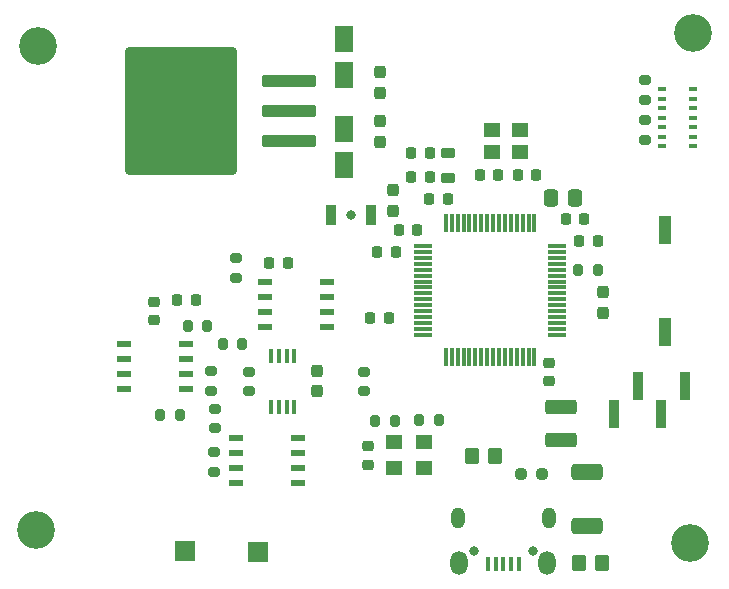
<source format=gbr>
%TF.GenerationSoftware,KiCad,Pcbnew,7.0.2*%
%TF.CreationDate,2023-11-28T02:03:26-03:00*%
%TF.ProjectId,Schematic_monitor,53636865-6d61-4746-9963-5f6d6f6e6974,rev?*%
%TF.SameCoordinates,Original*%
%TF.FileFunction,Soldermask,Top*%
%TF.FilePolarity,Negative*%
%FSLAX45Y45*%
G04 Gerber Fmt 4.5, Leading zero omitted, Abs format (unit mm)*
G04 Created by KiCad (PCBNEW 7.0.2) date 2023-11-28 02:03:26*
%MOMM*%
%LPD*%
G01*
G04 APERTURE LIST*
G04 Aperture macros list*
%AMRoundRect*
0 Rectangle with rounded corners*
0 $1 Rounding radius*
0 $2 $3 $4 $5 $6 $7 $8 $9 X,Y pos of 4 corners*
0 Add a 4 corners polygon primitive as box body*
4,1,4,$2,$3,$4,$5,$6,$7,$8,$9,$2,$3,0*
0 Add four circle primitives for the rounded corners*
1,1,$1+$1,$2,$3*
1,1,$1+$1,$4,$5*
1,1,$1+$1,$6,$7*
1,1,$1+$1,$8,$9*
0 Add four rect primitives between the rounded corners*
20,1,$1+$1,$2,$3,$4,$5,0*
20,1,$1+$1,$4,$5,$6,$7,0*
20,1,$1+$1,$6,$7,$8,$9,0*
20,1,$1+$1,$8,$9,$2,$3,0*%
G04 Aperture macros list end*
%ADD10R,1.120000X2.440000*%
%ADD11RoundRect,0.200000X-0.275000X0.200000X-0.275000X-0.200000X0.275000X-0.200000X0.275000X0.200000X0*%
%ADD12RoundRect,0.237500X-0.237500X0.287500X-0.237500X-0.287500X0.237500X-0.287500X0.237500X0.287500X0*%
%ADD13RoundRect,0.250000X0.350000X0.450000X-0.350000X0.450000X-0.350000X-0.450000X0.350000X-0.450000X0*%
%ADD14RoundRect,0.200000X0.200000X0.275000X-0.200000X0.275000X-0.200000X-0.275000X0.200000X-0.275000X0*%
%ADD15RoundRect,0.200000X0.275000X-0.200000X0.275000X0.200000X-0.275000X0.200000X-0.275000X-0.200000X0*%
%ADD16R,1.400000X1.200000*%
%ADD17RoundRect,0.225000X-0.225000X-0.250000X0.225000X-0.250000X0.225000X0.250000X-0.225000X0.250000X0*%
%ADD18RoundRect,0.237500X0.250000X0.237500X-0.250000X0.237500X-0.250000X-0.237500X0.250000X-0.237500X0*%
%ADD19RoundRect,0.225000X0.225000X0.250000X-0.225000X0.250000X-0.225000X-0.250000X0.225000X-0.250000X0*%
%ADD20RoundRect,0.250000X-0.337500X-0.475000X0.337500X-0.475000X0.337500X0.475000X-0.337500X0.475000X0*%
%ADD21RoundRect,0.237500X0.237500X-0.300000X0.237500X0.300000X-0.237500X0.300000X-0.237500X-0.300000X0*%
%ADD22RoundRect,0.075000X-0.075000X0.700000X-0.075000X-0.700000X0.075000X-0.700000X0.075000X0.700000X0*%
%ADD23RoundRect,0.075000X-0.700000X0.075000X-0.700000X-0.075000X0.700000X-0.075000X0.700000X0.075000X0*%
%ADD24RoundRect,0.250000X-1.075000X0.375000X-1.075000X-0.375000X1.075000X-0.375000X1.075000X0.375000X0*%
%ADD25O,1.150000X1.800000*%
%ADD26O,1.450000X2.000000*%
%ADD27O,0.800000X0.800000*%
%ADD28R,0.450000X1.300000*%
%ADD29RoundRect,0.218750X-0.218750X-0.256250X0.218750X-0.256250X0.218750X0.256250X-0.218750X0.256250X0*%
%ADD30R,1.600000X2.200000*%
%ADD31R,0.381000X1.219200*%
%ADD32R,1.700000X1.700000*%
%ADD33C,0.800000*%
%ADD34R,0.900000X1.700000*%
%ADD35R,1.257300X0.508000*%
%ADD36RoundRect,0.225000X-0.250000X0.225000X-0.250000X-0.225000X0.250000X-0.225000X0.250000X0.225000X0*%
%ADD37RoundRect,0.250000X2.050000X0.300000X-2.050000X0.300000X-2.050000X-0.300000X2.050000X-0.300000X0*%
%ADD38RoundRect,0.250002X4.449998X5.149998X-4.449998X5.149998X-4.449998X-5.149998X4.449998X-5.149998X0*%
%ADD39RoundRect,0.218750X-0.381250X0.218750X-0.381250X-0.218750X0.381250X-0.218750X0.381250X0.218750X0*%
%ADD40RoundRect,0.237500X0.237500X-0.287500X0.237500X0.287500X-0.237500X0.287500X-0.237500X-0.287500X0*%
%ADD41RoundRect,0.200000X-0.200000X-0.275000X0.200000X-0.275000X0.200000X0.275000X-0.200000X0.275000X0*%
%ADD42R,0.850000X2.350000*%
%ADD43R,0.711200X0.304800*%
%ADD44RoundRect,0.250000X-1.075000X0.425000X-1.075000X-0.425000X1.075000X-0.425000X1.075000X0.425000X0*%
%ADD45C,3.200000*%
G04 APERTURE END LIST*
D10*
%TO.C,SW2*%
X14850200Y-10023700D03*
X14850200Y-10884700D03*
%TD*%
D11*
%TO.C,R2*%
X11040200Y-11534988D03*
X11040200Y-11699988D03*
%TD*%
D12*
%TO.C,FB2*%
X12434600Y-9098300D03*
X12434600Y-9273300D03*
%TD*%
D13*
%TO.C,R10*%
X14316700Y-12844700D03*
X14116700Y-12844700D03*
%TD*%
D14*
%TO.C,R14*%
X12558700Y-11638200D03*
X12393700Y-11638200D03*
%TD*%
D15*
%TO.C,R7*%
X11005200Y-11384988D03*
X11005200Y-11219988D03*
%TD*%
D16*
%TO.C,Y1*%
X13622200Y-9175700D03*
X13382200Y-9175700D03*
X13382200Y-9365700D03*
X13622200Y-9365700D03*
%TD*%
D14*
%TO.C,R1*%
X14275700Y-10360700D03*
X14110700Y-10360700D03*
%TD*%
D17*
%TO.C,C7*%
X14121700Y-10116700D03*
X14276700Y-10116700D03*
%TD*%
D18*
%TO.C,R15*%
X13808450Y-12090200D03*
X13625950Y-12090200D03*
%TD*%
D19*
%TO.C,C3*%
X12852700Y-9573700D03*
X12697700Y-9573700D03*
%TD*%
D11*
%TO.C,R12*%
X14674200Y-9092100D03*
X14674200Y-9257100D03*
%TD*%
D20*
%TO.C,C5*%
X13880450Y-9752700D03*
X14087950Y-9752700D03*
%TD*%
D21*
%TO.C,C15*%
X11899000Y-11386938D03*
X11899000Y-11214438D03*
%TD*%
D22*
%TO.C,U1*%
X13741200Y-9966200D03*
X13691200Y-9966200D03*
X13641200Y-9966200D03*
X13591200Y-9966200D03*
X13541200Y-9966200D03*
X13491200Y-9966200D03*
X13441200Y-9966200D03*
X13391200Y-9966200D03*
X13341200Y-9966200D03*
X13291200Y-9966200D03*
X13241200Y-9966200D03*
X13191200Y-9966200D03*
X13141200Y-9966200D03*
X13091200Y-9966200D03*
X13041200Y-9966200D03*
X12991200Y-9966200D03*
D23*
X12798700Y-10158700D03*
X12798700Y-10208700D03*
X12798700Y-10258700D03*
X12798700Y-10308700D03*
X12798700Y-10358700D03*
X12798700Y-10408700D03*
X12798700Y-10458700D03*
X12798700Y-10508700D03*
X12798700Y-10558700D03*
X12798700Y-10608700D03*
X12798700Y-10658700D03*
X12798700Y-10708700D03*
X12798700Y-10758700D03*
X12798700Y-10808700D03*
X12798700Y-10858700D03*
X12798700Y-10908700D03*
D22*
X12991200Y-11101200D03*
X13041200Y-11101200D03*
X13091200Y-11101200D03*
X13141200Y-11101200D03*
X13191200Y-11101200D03*
X13241200Y-11101200D03*
X13291200Y-11101200D03*
X13341200Y-11101200D03*
X13391200Y-11101200D03*
X13441200Y-11101200D03*
X13491200Y-11101200D03*
X13541200Y-11101200D03*
X13591200Y-11101200D03*
X13641200Y-11101200D03*
X13691200Y-11101200D03*
X13741200Y-11101200D03*
D23*
X13933700Y-10908700D03*
X13933700Y-10858700D03*
X13933700Y-10808700D03*
X13933700Y-10758700D03*
X13933700Y-10708700D03*
X13933700Y-10658700D03*
X13933700Y-10608700D03*
X13933700Y-10558700D03*
X13933700Y-10508700D03*
X13933700Y-10458700D03*
X13933700Y-10408700D03*
X13933700Y-10358700D03*
X13933700Y-10308700D03*
X13933700Y-10258700D03*
X13933700Y-10208700D03*
X13933700Y-10158700D03*
%TD*%
D19*
%TO.C,C14*%
X13432700Y-9557700D03*
X13277700Y-9557700D03*
%TD*%
D24*
%TO.C,D5*%
X13963000Y-11524000D03*
X13963000Y-11804000D03*
%TD*%
D25*
%TO.C,J2*%
X13866200Y-12462700D03*
D26*
X13851200Y-12842700D03*
D27*
X13728700Y-12737700D03*
X13228700Y-12737700D03*
D26*
X13106200Y-12842700D03*
D25*
X13091200Y-12462700D03*
D28*
X13608700Y-12847700D03*
X13543700Y-12847700D03*
X13478700Y-12847700D03*
X13413700Y-12847700D03*
X13348700Y-12847700D03*
%TD*%
D14*
%TO.C,R6*%
X10970700Y-10831488D03*
X10805700Y-10831488D03*
%TD*%
D29*
%TO.C,D3*%
X11496450Y-10301200D03*
X11653950Y-10301200D03*
%TD*%
D30*
%TO.C,C1*%
X12130800Y-9170400D03*
X12130800Y-9470400D03*
%TD*%
D31*
%TO.C,U5*%
X11513700Y-11516578D03*
X11578700Y-11516578D03*
X11643700Y-11516578D03*
X11708700Y-11516578D03*
X11708700Y-11092398D03*
X11643700Y-11092398D03*
X11578700Y-11092398D03*
X11513700Y-11092398D03*
%TD*%
D19*
%TO.C,C8*%
X12565200Y-10209700D03*
X12410200Y-10209700D03*
%TD*%
D11*
%TO.C,R11*%
X14676200Y-8755100D03*
X14676200Y-8920100D03*
%TD*%
D32*
%TO.C,J4*%
X11404200Y-12744200D03*
%TD*%
D33*
%TO.C,SW1*%
X12184408Y-9893704D03*
D34*
X12014408Y-9893704D03*
X12354408Y-9893704D03*
%TD*%
D35*
%TO.C,U8*%
X11461945Y-10463988D03*
X11461945Y-10590988D03*
X11461945Y-10717988D03*
X11461945Y-10844988D03*
X11986455Y-10844988D03*
X11986455Y-10717988D03*
X11986455Y-10590988D03*
X11986455Y-10463988D03*
%TD*%
D30*
%TO.C,C2*%
X12130800Y-8706000D03*
X12130800Y-8406000D03*
%TD*%
D36*
%TO.C,C16*%
X10518200Y-10628988D03*
X10518200Y-10783988D03*
%TD*%
D19*
%TO.C,C4*%
X13007200Y-9757200D03*
X12852200Y-9757200D03*
%TD*%
D17*
%TO.C,C13*%
X13601700Y-9559700D03*
X13756700Y-9559700D03*
%TD*%
D19*
%TO.C,C17*%
X10871700Y-10615488D03*
X10716700Y-10615488D03*
%TD*%
D37*
%TO.C,U2*%
X11666900Y-9267200D03*
X11666900Y-9013200D03*
D38*
X10751900Y-9013200D03*
D37*
X11666900Y-8759200D03*
%TD*%
D19*
%TO.C,C9*%
X12506200Y-10764700D03*
X12351200Y-10764700D03*
%TD*%
D36*
%TO.C,C18*%
X12328200Y-11854700D03*
X12328200Y-12009700D03*
%TD*%
D39*
%TO.C,FB3*%
X13013200Y-9366450D03*
X13013200Y-9578950D03*
%TD*%
D32*
%TO.C,J3*%
X10779200Y-12740200D03*
%TD*%
D40*
%TO.C,FB1*%
X12435600Y-8860800D03*
X12435600Y-8685800D03*
%TD*%
D14*
%TO.C,R5*%
X10737700Y-11586488D03*
X10572700Y-11586488D03*
%TD*%
D17*
%TO.C,C6*%
X14004700Y-9931700D03*
X14159700Y-9931700D03*
%TD*%
D41*
%TO.C,R8*%
X11101700Y-10984488D03*
X11266700Y-10984488D03*
%TD*%
D12*
%TO.C,D2*%
X14319200Y-10549200D03*
X14319200Y-10724200D03*
%TD*%
D19*
%TO.C,C11*%
X12854700Y-9369700D03*
X12699700Y-9369700D03*
%TD*%
D15*
%TO.C,R9*%
X11218200Y-10424988D03*
X11218200Y-10259988D03*
%TD*%
D41*
%TO.C,R13*%
X12764700Y-11631200D03*
X12929700Y-11631200D03*
%TD*%
D42*
%TO.C,J1*%
X14416800Y-11578600D03*
X14616800Y-11343600D03*
X14816800Y-11578600D03*
X15016800Y-11343600D03*
%TD*%
D12*
%TO.C,D1*%
X12545200Y-9685950D03*
X12545200Y-9860950D03*
%TD*%
D11*
%TO.C,R3*%
X11028200Y-11902988D03*
X11028200Y-12067988D03*
%TD*%
%TO.C,R4*%
X11324000Y-11222188D03*
X11324000Y-11387188D03*
%TD*%
D16*
%TO.C,U3*%
X12809200Y-11813950D03*
X12555200Y-11813950D03*
X12555200Y-12033950D03*
X12809200Y-12033950D03*
%TD*%
D13*
%TO.C,R16*%
X13409000Y-11932000D03*
X13209000Y-11932000D03*
%TD*%
D36*
%TO.C,C10*%
X13868200Y-11148200D03*
X13868200Y-11303200D03*
%TD*%
D35*
%TO.C,U7*%
X10793455Y-11366988D03*
X10793455Y-11239988D03*
X10793455Y-11112988D03*
X10793455Y-10985988D03*
X10268945Y-10985988D03*
X10268945Y-11112988D03*
X10268945Y-11239988D03*
X10268945Y-11366988D03*
%TD*%
%TO.C,U6*%
X11214690Y-11783988D03*
X11214690Y-11910988D03*
X11214690Y-12037988D03*
X11214690Y-12164988D03*
X11739200Y-12164988D03*
X11739200Y-12037988D03*
X11739200Y-11910988D03*
X11739200Y-11783988D03*
%TD*%
D43*
%TO.C,U4*%
X14823200Y-8831600D03*
X14823200Y-8911600D03*
X14823200Y-8991600D03*
X14823200Y-9071600D03*
X14823200Y-9151600D03*
X14823200Y-9231600D03*
X14823200Y-9311600D03*
X15082280Y-9311600D03*
X15082280Y-9231600D03*
X15082280Y-9151600D03*
X15082280Y-9071600D03*
X15082280Y-8991600D03*
X15082280Y-8911600D03*
X15082280Y-8831600D03*
%TD*%
D44*
%TO.C,D4*%
X14189700Y-12074700D03*
X14189700Y-12524700D03*
%TD*%
D15*
%TO.C,Rg1*%
X12295200Y-11388988D03*
X12295200Y-11223988D03*
%TD*%
D19*
%TO.C,C12*%
X12747700Y-10018200D03*
X12592700Y-10018200D03*
%TD*%
D45*
%TO.C,H2*%
X15084200Y-8353200D03*
%TD*%
%TO.C,H6*%
X9523200Y-12565200D03*
%TD*%
%TO.C,H4*%
X15056200Y-12676200D03*
%TD*%
%TO.C,H1*%
X9540200Y-8464200D03*
%TD*%
M02*

</source>
